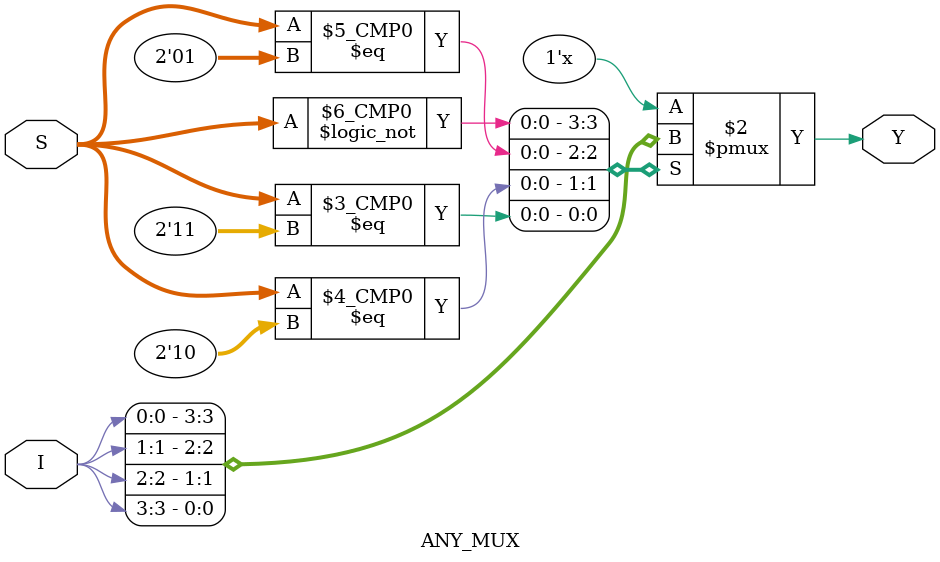
<source format=v>
`timescale 1ns / 1ps
module ANY_MUX #(parameter N = 4,
                 parameter P = $clog2(N))
   (
    input [N-1 : 0] I,
    input [P-1 : 0] S,
    output reg Y
   );

   always @(*) begin
      case (S)
         0: Y = I[0];
         1: Y = I[1];
         2: Y = I[2];
         3: Y = I[3];
         // Extend case statements as needed for larger N
         // For example, if N = 8, you would add cases for 4, 5, 6, 7
         default: Y = I[0]; // Default case to handle unexpected values
      endcase
   end
endmodule

</source>
